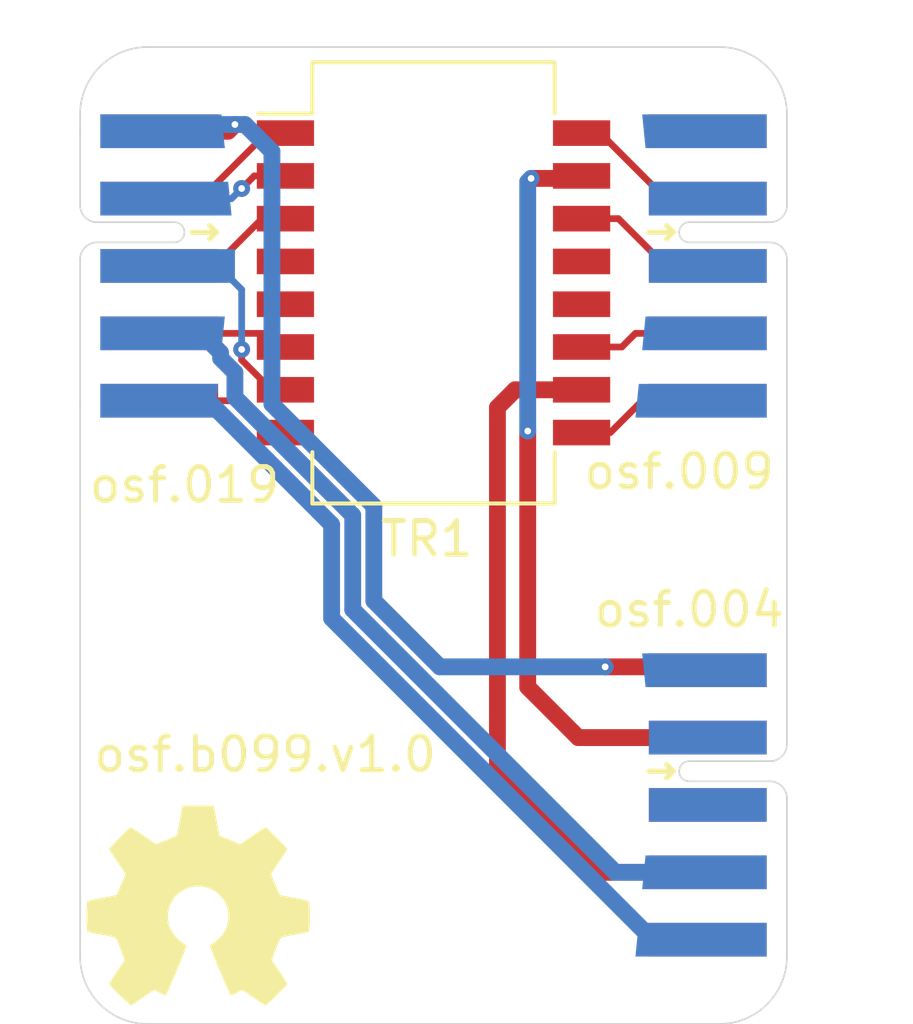
<source format=kicad_pcb>
(kicad_pcb (version 20211014) (generator pcbnew)
  (layers (0 "F.Cu" signal) (31 "B.Cu" signal) (34 "B.Paste" user) (35 "F.Paste" user) (36 "B.SilkS" user "B.Silkscreen") (37 "F.SilkS" user "F.Silkscreen") (38 "B.Mask" user) (39 "F.Mask" user) (44 "Edge.Cuts" user))
  (net 0 "")
  (net 1 "GND")
  (net 2 "/eth_magnetics/TX+")
  (net 3 "/eth_magnetics/TX-")
  (net 4 "/eth_magnetics/RX+")
  (net 5 "/eth_magnetics/RX-")
  (net 6 "Net-(J1-Pad9)")
  (net 7 "/eth_magnetics/TCT")
  (net 8 "/eth_magnetics/RCT")
  (net 10 "/eth_magnetics/TXD+")
  (net 11 "/eth_magnetics/TXD-")
  (net 12 "/eth_magnetics/RXD+")
  (net 13 "/eth_magnetics/RXD-")
  (net 19 "Net-(J1-Pad10)")
  (net 20 "/eth_magnetics/CT1")
  (net 21 "/eth_magnetics/CT2")
  (footprint "b099:749013011A" (layer "F.Cu") (at 150.5 97)
    (fp_text reference "TR1" (at -0.2 7.6) (layer "F.SilkS"))
    (fp_text value "749013011A")
    (fp_line (start -3.6 -5.025) (end -3.6 -6.55) (layer "F.SilkS") (width 0.12))
    (fp_line (start 3.6 -6.55) (end 3.6 -5.025) (layer "F.SilkS") (width 0.12))
    (fp_line (start -3.6 6.55) (end 3.6 6.55) (layer "F.SilkS") (width 0.12))
    (fp_line (start 3.6 6.55) (end 3.6 5.025) (layer "F.SilkS") (width 0.12))
    (fp_line (start -5.2 -5.025) (end -3.6 -5.025) (layer "F.SilkS") (width 0.12))
    (fp_line (start -3.6 -6.55) (end 3.6 -6.55) (layer "F.SilkS") (width 0.12))
    (fp_line (start -3.6 5.025) (end -3.6 6.55) (layer "F.SilkS") (width 0.12))
    (pad "1" smd rect (at -4.4 -4.445) (size 1.7 0.76) (layers "F.Cu" "F.Paste" "F.Mask") (net 2 "/eth_magnetics/TX+"))
    (pad "2" smd rect (at -4.4 -3.175) (size 1.7 0.76) (layers "F.Cu" "F.Paste" "F.Mask") (net 7 "/eth_magnetics/TCT"))
    (pad "3" smd rect (at -4.4 -1.905) (size 1.7 0.76) (layers "F.Cu" "F.Paste" "F.Mask") (net 3 "/eth_magnetics/TX-"))
    (pad "4" smd rect (at -4.4 -0.635) (size 1.7 0.76) (layers "F.Cu" "F.Paste" "F.Mask"))
    (pad "5" smd rect (at -4.4 0.635) (size 1.7 0.76) (layers "F.Cu" "F.Paste" "F.Mask"))
    (pad "6" smd rect (at -4.4 1.905) (size 1.7 0.76) (layers "F.Cu" "F.Paste" "F.Mask") (net 4 "/eth_magnetics/RX+"))
    (pad "7" smd rect (at -4.4 3.175) (size 1.7 0.76) (layers "F.Cu" "F.Paste" "F.Mask") (net 8 "/eth_magnetics/RCT"))
    (pad "8" smd rect (at -4.4 4.445) (size 1.7 0.76) (layers "F.Cu" "F.Paste" "F.Mask") (net 5 "/eth_magnetics/RX-"))
    (pad "9" smd rect (at 4.4 4.445) (size 1.7 0.76) (layers "F.Cu" "F.Paste" "F.Mask") (net 13 "/eth_magnetics/RXD-"))
    (pad "10" smd rect (at 4.4 3.175) (size 1.7 0.76) (layers "F.Cu" "F.Paste" "F.Mask") (net 21 "/eth_magnetics/CT2"))
    (pad "11" smd rect (at 4.4 1.905) (size 1.7 0.76) (layers "F.Cu" "F.Paste" "F.Mask") (net 12 "/eth_magnetics/RXD+"))
    (pad "12" smd rect (at 4.4 0.635) (size 1.7 0.76) (layers "F.Cu" "F.Paste" "F.Mask"))
    (pad "13" smd rect (at 4.4 -0.635) (size 1.7 0.76) (layers "F.Cu" "F.Paste" "F.Mask"))
    (pad "14" smd rect (at 4.4 -1.905) (size 1.7 0.76) (layers "F.Cu" "F.Paste" "F.Mask") (net 11 "/eth_magnetics/TXD-"))
    (pad "15" smd rect (at 4.4 -3.175) (size 1.7 0.76) (layers "F.Cu" "F.Paste" "F.Mask") (net 20 "/eth_magnetics/CT1"))
    (pad "16" smd rect (at 4.4 -4.445) (size 1.7 0.76) (layers "F.Cu" "F.Paste" "F.Mask") (net 10 "/eth_magnetics/TXD+"))
  )
  (footprint "Symbol:OSHW-Symbol_6.7x6mm_SilkScreen" (layer "F.Cu") (at 143.5 115.5)
    (fp_text reference "LOGO1" hide)
    (fp_text value "Logo_Open_Hardware_Small" hide)
    (fp_poly (pts (xy 0.555814 -2.531069) (xy 0.639635 -2.086445) (xy 0.94892 -1.958947) (xy 1.258206 -1.831449) (xy 1.629246 -2.083754) (xy 1.733157 -2.154004) (xy 1.827087 -2.216728) (xy 1.906652 -2.269062) (xy 1.96747 -2.308143) (xy 2.005157 -2.331107) (xy 2.015421 -2.336058) (xy 2.03391 -2.323324) (xy 2.07342 -2.288118) (xy 2.129522 -2.234938) (xy 2.197787 -2.168282) (xy 2.273786 -2.092646) (xy 2.353092 -2.012528) (xy 2.431275 -1.932426) (xy 2.503907 -1.856836) (xy 2.566559 -1.790255) (xy 2.614803 -1.737182) (xy 2.64421 -1.702113) (xy 2.651241 -1.690377) (xy 2.641123 -1.66874) (xy 2.612759 -1.621338) (xy 2.569129 -1.552807) (xy 2.513218 -1.467785) (xy 2.448006 -1.370907) (xy 2.410219 -1.31565) (xy 2.341343 -1.214752) (xy 2.28014 -1.123701) (xy 2.229578 -1.04703) (xy 2.192628 -0.989272) (xy 2.172258 -0.954957) (xy 2.169197 -0.947746) (xy 2.176136 -0.927252) (xy 2.195051 -0.879487) (xy 2.223087 -0.811168) (xy 2.257391 -0.729011) (xy 2.295109 -0.63973) (xy 2.333387 -0.550042) (xy 2.36937 -0.466662) (xy 2.400206 -0.396306) (xy 2.423039 -0.34569) (xy 2.435017 -0.321529) (xy 2.435724 -0.320578) (xy 2.454531 -0.315964) (xy 2.504618 -0.305672) (xy 2.580793 -0.290713) (xy 2.677865 -0.272099) (xy 2.790643 -0.250841) (xy 2.856442 -0.238582) (xy 2.97695 -0.215638) (xy 3.085797 -0.193805) (xy 3.177476 -0.174278) (xy 3.246481 -0.158252) (xy 3.287304 -0.146921) (xy 3.295511 -0.143326) (xy 3.303548 -0.118994) (xy 3.310033 -0.064041) (xy 3.31497 0.015108) (xy 3.318364 0.112026) (xy 3.320218 0.220287) (xy 3.320538 0.333465) (xy 3.319327 0.445135) (xy 3.31659 0.548868) (xy 3.312331 0.638241) (xy 3.306555 0.706826) (xy 3.299267 0.748197) (xy 3.294895 0.75681) (xy 3.268764 0.767133) (xy 3.213393 0.781892) (xy 3.136107 0.799352) (xy 3.04423 0.81778) (xy 3.012158 0.823741) (xy 2.857524 0.852066) (xy 2.735375 0.874876) (xy 2.641673 0.89308) (xy 2.572384 0.907583) (xy 2.523471 0.919292) (xy 2.490897 0.929115) (xy 2.470628 0.937956) (xy 2.458626 0.946724) (xy 2.456947 0.948457) (xy 2.440184 0.976371) (xy 2.414614 1.030695) (xy 2.382788 1.104777) (xy 2.34726 1.191965) (xy 2.310583 1.285608) (xy 2.275311 1.379052) (xy 2.243996 1.465647) (xy 2.219193 1.53874) (xy 2.203454 1.591678) (xy 2.199332 1.617811) (xy 2.199676 1.618726) (xy 2.213641 1.640086) (xy 2.245322 1.687084) (xy 2.291391 1.754827) (xy 2.348518 1.838423) (xy 2.413373 1.932982) (xy 2.431843 1.959854) (xy 2.497699 2.057275) (xy 2.55565 2.146163) (xy 2.602538 2.221412) (xy 2.635207 2.27792) (xy 2.6505 2.310581) (xy 2.651241 2.314593) (xy 2.638392 2.335684) (xy 2.602888 2.377464) (xy 2.549293 2.435445) (xy 2.482171 2.505135) (xy 2.406087 2.582045) (xy 2.325604 2.661683) (xy 2.245287 2.739561) (xy 2.169699 2.811186) (xy 2.103405 2.87207) (xy 2.050969 2.917721) (xy 2.016955 2.94365) (xy 2.007545 2.947883) (xy 1.985643 2.937912) (xy 1.9408 2.91102) (xy 1.880321 2.871736) (xy 1.833789 2.840117) (xy 1.749475 2.782098) (xy 1.649626 2.713784) (xy 1.549473 2.645579) (xy 1.495627 2.609075) (xy 1.313371 2.4858) (xy 1.160381 2.56852) (xy 1.090682 2.604759) (xy 1.031414 2.632926) (xy 0.991311 2.648991) (xy 0.981103 2.651226) (xy 0.968829 2.634722) (xy 0.944613 2.588082) (xy 0.910263 2.515609) (xy 0.867588 2.421606) (xy 0.818394 2.310374) (xy 0.76449 2.186215) (xy 0.707684 2.053432) (xy 0.649782 1.916327) (xy 0.592593 1.779202) (xy 0.537924 1.646358) (xy 0.487584 1.522098) (xy 0.44338 1.410725) (xy 0.407119 1.316539) (xy 0.380609 1.243844) (xy 0.365658 1.196941) (xy 0.363254 1.180833) (xy 0.382311 1.160286) (xy 0.424036 1.126933) (xy 0.479706 1.087702) (xy 0.484378 1.084599) (xy 0.628264 0.969423) (xy 0.744283 0.835053) (xy 0.83143 0.685784) (xy 0.888699 0.525913) (xy 0.915086 0.359737) (xy 0.909585 0.191552) (xy 0.87119 0.025655) (xy 0.798895 -0.133658) (xy 0.777626 -0.168513) (xy 0.666996 -0.309263) (xy 0.536302 -0.422286) (xy 0.390064 -0.506997) (xy 0.232808 -0.562806) (xy 0.069057 -0.589126) (xy -0.096667 -0.58537) (xy -0.259838 -0.55095) (xy -0.415935 -0.485277) (xy -0.560433 -0.387765) (xy -0.605131 -0.348187) (xy -0.718888 -0.224297) (xy -0.801782 -0.093876) (xy -0.858644 0.052315) (xy -0.890313 0.197088) (xy -0.898131 0.35986) (xy -0.872062 0.52344) (xy -0.814755 0.682298) (xy -0.728856 0.830906) (xy -0.617014 0.963735) (xy -0.481877 1.075256) (xy -0.464117 1.087011) (xy -0.40785 1.125508) (xy -0.365077 1.158863) (xy -0.344628 1.18016) (xy -0.344331 1.180833) (xy -0.348721 1.203871) (xy -0.366124 1.256157) (xy -0.394732 1.33339) (xy -0.432735 1.431268) (xy -0.478326 1.545491) (xy -0.529697 1.671758) (xy -0.585038 1.805767) (xy -0.642542 1.943218) (xy -0.700399 2.079808) (xy -0.756802 2.211237) (xy -0.809942 2.333205) (xy -0.85801 2.441409) (xy -0.899199 2.531549) (xy -0.931699 2.599323) (xy -0.953703 2.64043) (xy -0.962564 2.651226) (xy -0.98964 2.642819) (xy -1.040303 2.620272) (xy -1.105817 2.587613) (xy -1.141841 2.56852) (xy -1.294832 2.4858) (xy -1.477088 2.609075) (xy -1.570125 2.672228) (xy -1.671985 2.741727) (xy -1.767438 2.807165) (xy -1.81525 2.840117) (xy -1.882495 2.885273) (xy -1.939436 2.921057) (xy -1.978646 2.942938) (xy -1.991381 2.947563) (xy -2.009917 2.935085) (xy -2.050941 2.900252) (xy -2.110475 2.846678) (xy -2.184542 2.777983) (xy -2.269165 2.697781) (xy -2.322685 2.646286) (xy -2.416319 2.554286) (xy -2.497241 2.471999) (xy -2.562177 2.402945) (xy -2.607858 2.350644) (xy -2.631011 2.318616) (xy -2.633232 2.312116) (xy -2.622924 2.287394) (xy -2.594439 2.237405) (xy -2.550937 2.167212) (xy -2.495577 2.081875) (xy -2.43152 1.986456) (xy -2.413303 1.959854) (xy -2.346927 1.863167) (xy -2.287378 1.776117) (xy -2.237984 1.703595) (xy -2.202075 1.650493) (xy -2.182981 1.621703) (xy -2.181136 1.618726) (xy -2.183895 1.595782) (xy -2.198538 1.545336) (xy -2.222513 1.474041) (xy -2.253266 1.388547) (xy -2.288244 1.295507) (xy -2.324893 1.201574) (xy -2.360661 1.113399) (xy -2.392994 1.037634) (xy -2.419338 0.980931) (xy -2.437142 0.949943) (xy -2.438407 0.948457) (xy -2.449294 0.939601) (xy -2.467682 0.930843) (xy -2.497606 0.921277) (xy -2.543103 0.909996) (xy -2.608209 0.896093) (xy -2.696961 0.878663) (xy -2.813393 0.856798) (xy -2.961542 0.829591) (xy -2.993618 0.823741) (xy -3.088686 0.805374) (xy -3.171565 0.787405) (xy -3.23493 0.771569) (xy -3.271458 0.7596) (xy -3.276356 0.75681) (xy -3.284427 0.732072) (xy -3.290987 0.67679) (xy -3.296033 0.597389) (xy -3.299559 0.500296) (xy -3.301561 0.391938) (xy -3.302036 0.27874) (xy -3.300977 0.167128) (xy -3.298382 0.063529) (xy -3.294246 -0.025632) (xy -3.288563 -0.093928) (xy -3.281331 -0.134934) (xy -3.276971 -0.143326) (xy -3.252698 -0.151792) (xy -3.197426 -0.165565) (xy -3.116662 -0.18345) (xy -3.015912 -0.204252) (xy -2.900683 -0.226777) (xy -2.837902 -0.238582) (xy -2.718787 -0.260849) (xy -2.612565 -0.281021) (xy -2.524427 -0.298085) (xy -2.459566 -0.311031) (xy -2.423174 -0.318845) (xy -2.417184 -0.320578) (xy -2.407061 -0.34011) (xy -2.385662 -0.387157) (xy -2.355839 -0.454997) (xy -2.320445 -0.536909) (xy -2.282332 -0.626172) (xy -2.244353 -0.716065) (xy -2.20936 -0.799865) (xy -2.180206 -0.870853) (xy -2.159743 -0.922306) (xy -2.150823 -0.947503) (xy -2.150657 -0.948604) (xy -2.160769 -0.968481) (xy -2.189117 -1.014223) (xy -2.232723 -1.081283) (xy -2.288606 -1.165116) (xy -2.353787 -1.261174) (xy -2.391679 -1.31635) (xy -2.460725 -1.417519) (xy -2.52205 -1.50937) (xy -2.572663 -1.587256) (xy -2.609571 -1.646531) (xy -2.629782 -1.682549) (xy -2.632701 -1.690623) (xy -2.620153 -1.709416) (xy -2.585463 -1.749543) (xy -2.533063 -1.806507) (xy -2.467384 -1.875815) (xy -2.392856 -1.952969) (xy -2.313913 -2.033475) (xy -2.234983 -2.112837) (xy -2.1605 -2.18656) (xy -2.094894 -2.250148) (xy -2.042596 -2.299106) (xy -2.008039 -2.328939) (xy -1.996478 -2.336058) (xy -1.977654 -2.326047) (xy -1.932631 -2.297922) (xy -1.865787 -2.254546) (xy -1.781499 -2.198782) (xy -1.684144 -2.133494) (xy -1.610707 -2.083754) (xy -1.239667 -1.831449) (xy -0.621095 -2.086445) (xy -0.537275 -2.531069) (xy -0.453454 -2.975693) (xy 0.471994 -2.975693) (xy 0.555814 -2.531069)) (layer "F.SilkS") (width 0.01) (fill solid))
  )
  (footprint "on_edge:on_edge_2x05_device" (layer "F.Cu") (at 140 96.5 -90)
    (fp_text reference "J1")
    (fp_text value "019_100BASE-T_with_CT")
    (fp_line (start -1 -4.05) (end -1 -3.323) (layer "F.SilkS") (width 0.153))
    (fp_line (start -1.2 -3.85) (end -1 -4.05) (layer "F.SilkS") (width 0.153))
    (fp_line (start -1 -4.05) (end -0.8 -3.85) (layer "F.SilkS") (width 0.153))
    (fp_line (start -0.7 -0.5) (end -0.7 -2.8) (layer "Edge.Cuts") (width 0.05))
    (fp_line (start -1.3 -2.8) (end -1.3 -0.5) (layer "Edge.Cuts") (width 0.05))
    (fp_line (start -4 0) (end -1.8 0) (layer "Edge.Cuts") (width 0.05))
    (fp_line (start -0.2 0) (end 4 0) (layer "Edge.Cuts") (width 0.05))
    (fp_arc (start -0.2 0) (mid -0.553553 -0.146447) (end -0.7 -0.5) (layer "Edge.Cuts") (width 0.05))
    (fp_arc (start -1.3 -0.5) (mid -1.446447 -0.146447) (end -1.8 0) (layer "Edge.Cuts") (width 0.05))
    (fp_arc (start -1.3 -2.8) (mid -1 -3.1) (end -0.7 -2.8) (layer "Edge.Cuts") (width 0.05))
    (pad "1" smd rect (at -4 -2.35 90) (size 1 3.5) (layers "F.Cu" "F.Mask") (net 1 "GND"))
    (pad "2" smd rect (at -2 -2.35 270) (size 1 3.5) (layers "F.Cu" "F.Mask") (net 2 "/eth_magnetics/TX+"))
    (pad "3" smd rect (at 0 -2.35 270) (size 1 3.5) (layers "F.Cu" "F.Mask") (net 3 "/eth_magnetics/TX-"))
    (pad "4" smd rect (at 2 -2.35 90) (size 1 3.5) (layers "F.Cu" "F.Mask") (net 4 "/eth_magnetics/RX+"))
    (pad "5" smd rect (at 4 -2.35 90) (size 1 3.5) (layers "F.Cu" "F.Mask") (net 5 "/eth_magnetics/RX-"))
    (pad "6" smd custom (at -4 -2.4 270) (size 1 3.6) (layers "B.Cu" "B.Mask") (net 1 "GND") (options (clearance outline) (anchor rect)) (primitives (gr_poly (pts (xy 0.5 -1.8) (xy 0.5 -1.9) (xy -0.5 -1.8)) (width 0) (fill yes))))
    (pad "7" smd custom (at -2 -2.1 270) (size 1 3) (layers "B.Cu" "B.Mask") (net 7 "/eth_magnetics/TCT") (options (clearance outline) (anchor rect)) (primitives (gr_poly (pts (xy 0.3 -0.51) (xy 0.31 -0.62) (xy 0.33 -0.7) (xy 0.35 -0.76) (xy 0.37 -0.81) (xy 0.4 -0.86) (xy 0.44 -0.92) (xy 0.48 -0.97) (xy 0.5 -0.99) (xy 0.5 -2.4) (xy -0.5 -2.3) (xy -0.5 1.5) (xy 0.3 1.5)) (width 0) (fill yes))))
    (pad "8" smd rect (at 0 -2.6 270) (size 1 4) (layers "B.Cu" "B.Mask") (net 8 "/eth_magnetics/RCT"))
    (pad "9" smd custom (at 2 -2.4 270) (size 1 3.6) (layers "B.Cu" "B.Mask") (net 6 "Net-(J1-Pad9)") (options (clearance outline) (anchor rect)) (primitives (gr_poly (pts (xy -0.5 -1.8) (xy -0.5 -1.9) (xy 0.5 -1.8)) (width 0) (fill yes))))
    (pad "10" smd custom (at 4 -2.3 270) (size 1 3.4) (layers "B.Cu" "B.Mask") (net 19 "Net-(J1-Pad10)") (options (clearance outline) (anchor rect)) (primitives (gr_poly (pts (xy -0.5 -1.7) (xy -0.5 -1.8) (xy 0.5 -1.7)) (width 0) (fill yes))))
  )
  (footprint "on_edge:on_edge_2x05_host" (layer "F.Cu") (at 161 96.5 -90)
    (fp_text reference "J2")
    (fp_text value "009_1000BASE-T")
    (fp_line (start -1 3.373) (end -1.2 3.573) (layer "F.SilkS") (width 0.153))
    (fp_line (start -1 4.1) (end -1 3.373) (layer "F.SilkS") (width 0.153))
    (fp_line (start -0.8 3.573) (end -1 3.373) (layer "F.SilkS") (width 0.153))
    (fp_line (start -0.7 2.9) (end -0.7 0.5) (layer "Edge.Cuts") (width 0.05))
    (fp_line (start -0.2 0) (end 4 0) (layer "Edge.Cuts") (width 0.05))
    (fp_line (start -1.3 0.5) (end -1.3 2.9) (layer "Edge.Cuts") (width 0.05))
    (fp_line (start -4 0) (end -1.8 0) (layer "Edge.Cuts") (width 0.05))
    (fp_arc (start -0.7 2.9) (mid -1 3.2) (end -1.3 2.9) (layer "Edge.Cuts") (width 0.05))
    (fp_arc (start -0.7 0.5) (mid -0.553553 0.146447) (end -0.2 0) (layer "Edge.Cuts") (width 0.05))
    (fp_arc (start -1.8 0) (mid -1.446447 0.146447) (end -1.3 0.5) (layer "Edge.Cuts") (width 0.05))
    (pad "1" smd rect (at -4 2.35 270) (size 1 3.5) (layers "F.Cu" "F.Mask"))
    (pad "2" smd rect (at -2 2.35 270) (size 1 3.5) (layers "F.Cu" "F.Mask") (net 10 "/eth_magnetics/TXD+"))
    (pad "3" smd rect (at 0 2.35 270) (size 1 3.5) (layers "F.Cu" "F.Mask") (net 11 "/eth_magnetics/TXD-"))
    (pad "4" smd rect (at 2 2.35 270) (size 1 3.5) (layers "F.Cu" "F.Mask") (net 12 "/eth_magnetics/RXD+"))
    (pad "5" smd rect (at 4 2.35 270) (size 1 3.5) (layers "F.Cu" "F.Mask") (net 13 "/eth_magnetics/RXD-"))
    (pad "6" smd custom (at -4 2.4 90) (size 1 3.6) (layers "B.Cu" "B.Mask") (options (clearance outline) (anchor rect)) (primitives (gr_poly (pts (xy 0.5 -1.8) (xy -0.5 -1.8) (xy 0.5 -1.9)) (width 0) (fill yes))))
    (pad "7" smd rect (at -2 2.35 90) (size 1 3.5) (layers "B.Cu" "B.Mask"))
    (pad "8" smd rect (at 0 2.35 90) (size 1 3.5) (layers "B.Cu" "B.Mask"))
    (pad "9" smd custom (at 2 2.4 90) (size 1 3.6) (layers "B.Cu" "B.Mask") (options (clearance outline) (anchor rect)) (primitives (gr_poly (pts (xy 0.5 -1.8) (xy -0.5 -1.8) (xy -0.5 -1.9)) (width 0) (fill yes))))
    (pad "10" smd custom (at 4 2.5 90) (size 1 3.8) (layers "B.Cu" "B.Mask") (options (clearance outline) (anchor rect)) (primitives (gr_poly (pts (xy 0.5 -1.9) (xy -0.5 -1.9) (xy -0.5 -2)) (width 0) (fill yes))))
  )
  (footprint "on_edge:on_edge_2x05_host" (layer "F.Cu") (at 161 112.5 -90)
    (fp_text reference "J3")
    (fp_text value "004_BASE-T_CT")
    (fp_line (start -1 4.1) (end -1 3.373) (layer "F.SilkS") (width 0.153))
    (fp_line (start -0.8 3.573) (end -1 3.373) (layer "F.SilkS") (width 0.153))
    (fp_line (start -1 3.373) (end -1.2 3.573) (layer "F.SilkS") (width 0.153))
    (fp_line (start -0.2 0) (end 4 0) (layer "Edge.Cuts") (width 0.05))
    (fp_line (start -4 0) (end -1.8 0) (layer "Edge.Cuts") (width 0.05))
    (fp_line (start -0.7 2.9) (end -0.7 0.5) (layer "Edge.Cuts") (width 0.05))
    (fp_line (start -1.3 0.5) (end -1.3 2.9) (layer "Edge.Cuts") (width 0.05))
    (fp_arc (start -1.8 0) (mid -1.446447 0.146447) (end -1.3 0.5) (layer "Edge.Cuts") (width 0.05))
    (fp_arc (start -0.7 2.9) (mid -1 3.2) (end -1.3 2.9) (layer "Edge.Cuts") (width 0.05))
    (fp_arc (start -0.7 0.5) (mid -0.553553 0.146447) (end -0.2 0) (layer "Edge.Cuts") (width 0.05))
    (pad "1" smd rect (at -4 2.35 270) (size 1 3.5) (layers "F.Cu" "F.Mask") (net 1 "GND"))
    (pad "2" smd rect (at -2 2.35 270) (size 1 3.5) (layers "F.Cu" "F.Mask") (net 20 "/eth_magnetics/CT1"))
    (pad "3" smd rect (at 0 2.35 270) (size 1 3.5) (layers "F.Cu" "F.Mask"))
    (pad "4" smd rect (at 2 2.35 270) (size 1 3.5) (layers "F.Cu" "F.Mask") (net 21 "/eth_magnetics/CT2"))
    (pad "5" smd rect (at 4 2.35 270) (size 1 3.5) (layers "F.Cu" "F.Mask"))
    (pad "6" smd custom (at -4 2.4 90) (size 1 3.6) (layers "B.Cu" "B.Mask") (options (clearance outline) (anchor rect)) (primitives (gr_poly (pts (xy 0.5 -1.8) (xy -0.5 -1.8) (xy 0.5 -1.9)) (width 0) (fill yes))))
    (pad "7" smd rect (at -2 2.35 90) (size 1 3.5) (layers "B.Cu" "B.Mask"))
    (pad "8" smd rect (at 0 2.35 90) (size 1 3.5) (layers "B.Cu" "B.Mask"))
    (pad "9" smd custom (at 2 2.4 90) (size 1 3.6) (layers "B.Cu" "B.Mask") (net 6 "Net-(J1-Pad9)") (options (clearance outline) (anchor rect)) (primitives (gr_poly (pts (xy 0.5 -1.8) (xy -0.5 -1.8) (xy -0.5 -1.9)) (width 0) (fill yes))))
    (pad "10" smd custom (at 4 2.5 90) (size 1 3.8) (layers "B.Cu" "B.Mask") (net 19 "Net-(J1-Pad10)") (options (clearance outline) (anchor rect)) (primitives (gr_poly (pts (xy 0.5 -1.9) (xy -0.5 -1.9) (xy -0.5 -2)) (width 0) (fill yes))))
  )
  (gr_line (start 161 92.5) (end 161 92) (layer "Edge.Cuts") (width 0.05))
  (gr_line (start 142 90) (end 159 90) (layer "Edge.Cuts") (width 0.05))
  (gr_arc (start 161 117) (mid 160.414214 118.414214) (end 159 119) (layer "Edge.Cuts") (width 0.05))
  (gr_line (start 140 92) (end 140 92.5) (layer "Edge.Cuts") (width 0.05))
  (gr_line (start 159 119) (end 142 119) (layer "Edge.Cuts") (width 0.05))
  (gr_arc (start 159 90) (mid 160.414214 90.585786) (end 161 92) (layer "Edge.Cuts") (width 0.05))
  (gr_line (start 161 108.5) (end 161 100.5) (layer "Edge.Cuts") (width 0.05))
  (gr_arc (start 142 119) (mid 140.585786 118.414214) (end 140 117) (layer "Edge.Cuts") (width 0.05))
  (gr_line (start 140 117) (end 140 100.5) (layer "Edge.Cuts") (width 0.05))
  (gr_arc (start 140 92) (mid 140.585786 90.585786) (end 142 90) (layer "Edge.Cuts") (width 0.05))
  (gr_line (start 161 117) (end 161 116.5) (layer "Edge.Cuts") (width 0.05))
  (gr_text "osf.019" (at 143.1 103) (layer "F.SilkS") (effects (font (size 1 1))))
  (gr_text "osf.004" (at 158.1 106.7) (layer "F.SilkS") (effects (font (size 1 1))))
  (gr_text "osf.009" (at 157.8 102.6) (layer "F.SilkS") (effects (font (size 1 1))))
  (gr_text "osf.b099.v1.0" (at 145.5 111) (layer "F.SilkS") (effects (font (size 1 1))))
  (segment (start 158.55 108.4) (end 158.65 108.5) (width 0.5) (layer "F.Cu") (net 1))
  (segment (start 155.6 108.4) (end 158.55 108.4) (width 0.5) (layer "F.Cu") (net 1))
  (segment (start 144.4 92.5) (end 144.6 92.3) (width 0.5) (layer "F.Cu") (net 1))
  (segment (start 142.35 92.5) (end 144.4 92.5) (width 0.5) (layer "F.Cu") (net 1))
  (via (at 144.6 92.3) (size 0.5) (drill 0.2) (layers "F.Cu" "B.Cu") (net 1))
  (via (at 155.6 108.4) (size 0.5) (drill 0.2) (layers "F.Cu" "B.Cu") (net 1))
  (segment (start 148.727 103.627) (end 148.727 106.440288) (width 0.5) (layer "B.Cu") (net 1))
  (segment (start 145.7 100.6) (end 148.727 103.627) (width 0.5) (layer "B.Cu") (net 1))
  (segment (start 145.7 93.1) (end 145.7 100.6) (width 0.5) (layer "B.Cu") (net 1))
  (segment (start 144.6 92.3) (end 142.6 92.3) (width 0.5) (layer "B.Cu") (net 1))
  (segment (start 144.6 92.3) (end 144.9 92.3) (width 0.5) (layer "B.Cu") (net 1))
  (segment (start 142.6 92.3) (end 142.4 92.5) (width 0.5) (layer "B.Cu") (net 1))
  (segment (start 148.727 106.440288) (end 150.686712 108.4) (width 0.5) (layer "B.Cu") (net 1))
  (segment (start 150.686712 108.4) (end 155.6 108.4) (width 0.5) (layer "B.Cu") (net 1))
  (segment (start 144.9 92.3) (end 145.7 93.1) (width 0.5) (layer "B.Cu") (net 1))
  (segment (start 145.545 92.555) (end 146.1 92.555) (width 0.2) (layer "F.Cu") (net 2))
  (segment (start 143.6 94.5) (end 145.545 92.555) (width 0.2) (layer "F.Cu") (net 2))
  (segment (start 142.35 94.5) (end 143.6 94.5) (width 0.2) (layer "F.Cu") (net 2))
  (segment (start 144 96.5) (end 145.405 95.095) (width 0.2) (layer "F.Cu") (net 3))
  (segment (start 142.35 96.5) (end 144 96.5) (width 0.2) (layer "F.Cu") (net 3))
  (segment (start 145.405 95.095) (end 146.1 95.095) (width 0.2) (layer "F.Cu") (net 3))
  (segment (start 142.35 98.5) (end 145.695 98.5) (width 0.2) (layer "F.Cu") (net 4))
  (segment (start 145.695 98.5) (end 146.1 98.905) (width 0.2) (layer "F.Cu") (net 4))
  (segment (start 144.5 100.5) (end 145.445 101.445) (width 0.2) (layer "F.Cu") (net 5))
  (segment (start 142.35 100.5) (end 144.5 100.5) (width 0.2) (layer "F.Cu") (net 5))
  (segment (start 145.445 101.445) (end 146.1 101.445) (width 0.2) (layer "F.Cu") (net 5))
  (segment (start 144.173 99.073) (end 143.6 98.5) (width 0.5) (layer "B.Cu") (net 6))
  (segment (start 155.9 114.5) (end 148.1 106.7) (width 0.5) (layer "B.Cu") (net 6))
  (segment (start 144.6 100.4) (end 144.6 99.663212) (width 0.5) (layer "B.Cu") (net 6))
  (segment (start 143.6 98.5) (end 142.4 98.5) (width 0.5) (layer "B.Cu") (net 6))
  (segment (start 158.6 114.5) (end 155.9 114.5) (width 0.5) (layer "B.Cu") (net 6))
  (segment (start 144.173 99.236212) (end 144.173 99.073) (width 0.5) (layer "B.Cu") (net 6))
  (segment (start 148.1 103.9) (end 144.6 100.4) (width 0.5) (layer "B.Cu") (net 6))
  (segment (start 148.1 106.7) (end 148.1 103.9) (width 0.5) (layer "B.Cu") (net 6))
  (segment (start 144.6 99.663212) (end 144.173 99.236212) (width 0.5) (layer "B.Cu") (net 6))
  (segment (start 146.1 93.825) (end 145.175 93.825) (width 0.2) (layer "F.Cu") (net 7))
  (segment (start 145.175 93.825) (end 144.8 94.2) (width 0.2) (layer "F.Cu") (net 7))
  (via (at 144.8 94.2) (size 0.5) (drill 0.2) (layers "F.Cu" "B.Cu") (net 7))
  (segment (start 144.5 94.5) (end 142.1 94.5) (width 0.2) (layer "B.Cu") (net 7))
  (segment (start 144.8 94.2) (end 144.5 94.5) (width 0.2) (layer "B.Cu") (net 7))
  (segment (start 145.686 100.175) (end 146.1 100.175) (width 0.2) (layer "F.Cu") (net 8))
  (segment (start 144.8 99.289) (end 145.686 100.175) (width 0.2) (layer "F.Cu") (net 8))
  (segment (start 144.8 98.9765) (end 144.8 99.289) (width 0.2) (layer "F.Cu") (net 8))
  (via (at 144.8 98.9765) (size 0.5) (drill 0.2) (layers "F.Cu" "B.Cu") (net 8))
  (segment (start 144.8 98.9765) (end 144.8 97.2) (width 0.2) (layer "B.Cu") (net 8))
  (segment (start 144.8 97.2) (end 144.1 96.5) (width 0.2) (layer "B.Cu") (net 8))
  (segment (start 144.1 96.5) (end 142.6 96.5) (width 0.2) (layer "B.Cu") (net 8))
  (segment (start 157.4 94.5) (end 155.455 92.555) (width 0.2) (layer "F.Cu") (net 10))
  (segment (start 158.65 94.5) (end 157.4 94.5) (width 0.2) (layer "F.Cu") (net 10))
  (segment (start 155.455 92.555) (end 154.9 92.555) (width 0.2) (layer "F.Cu") (net 10))
  (segment (start 155.995 95.095) (end 154.9 95.095) (width 0.2) (layer "F.Cu") (net 11))
  (segment (start 158.65 96.5) (end 157.4 96.5) (width 0.2) (layer "F.Cu") (net 11))
  (segment (start 157.4 96.5) (end 155.995 95.095) (width 0.2) (layer "F.Cu") (net 11))
  (segment (start 156.095 98.905) (end 154.9 98.905) (width 0.2) (layer "F.Cu") (net 12))
  (segment (start 156.5 98.5) (end 156.095 98.905) (width 0.2) (layer "F.Cu") (net 12))
  (segment (start 158.65 98.5) (end 156.5 98.5) (width 0.2) (layer "F.Cu") (net 12))
  (segment (start 155.755 101.445) (end 154.9 101.445) (width 0.2) (layer "F.Cu") (net 13))
  (segment (start 156.7 100.5) (end 155.755 101.445) (width 0.2) (layer "F.Cu") (net 13))
  (segment (start 158.65 100.5) (end 156.7 100.5) (width 0.2) (layer "F.Cu") (net 13))
  (segment (start 142.3 100.5) (end 143.8 100.5) (width 0.5) (layer "B.Cu") (net 19))
  (segment (start 147.473 106.959712) (end 157.013288 116.5) (width 0.5) (layer "B.Cu") (net 19))
  (segment (start 157.013288 116.5) (end 158.5 116.5) (width 0.5) (layer "B.Cu") (net 19))
  (segment (start 143.8 100.5) (end 147.473 104.173) (width 0.5) (layer "B.Cu") (net 19))
  (segment (start 147.473 104.173) (end 147.473 106.959712) (width 0.5) (layer "B.Cu") (net 19))
  (segment (start 158.65 110.5) (end 154.8 110.5) (width 0.5) (layer "F.Cu") (net 20))
  (segment (start 154.8 110.5) (end 153.4 109.1) (width 0.5) (layer "F.Cu") (net 20))
  (segment (start 153.4 109.1) (end 153.3 109) (width 0.5) (layer "F.Cu") (net 20))
  (segment (start 153.3 109) (end 153.3 101.4) (width 0.5) (layer "F.Cu") (net 20))
  (segment (start 153.4 93.9) (end 154.825 93.9) (width 0.5) (layer "F.Cu") (net 20))
  (segment (start 154.825 93.9) (end 154.9 93.825) (width 0.5) (layer "F.Cu") (net 20))
  (via (at 153.4 93.9) (size 0.5) (drill 0.2) (layers "F.Cu" "B.Cu") (net 20))
  (via (at 153.3 101.4) (size 0.5) (drill 0.2) (layers "F.Cu" "B.Cu") (net 20))
  (segment (start 153.3 101.4) (end 153.3 94) (width 0.5) (layer "B.Cu") (net 20))
  (segment (start 153.3 94) (end 153.4 93.9) (width 0.5) (layer "B.Cu") (net 20))
  (segment (start 152.4 111.7) (end 152.4 100.7) (width 0.5) (layer "F.Cu") (net 21))
  (segment (start 152.925 100.175) (end 154.9 100.175) (width 0.5) (layer "F.Cu") (net 21))
  (segment (start 155.2 114.5) (end 152.4 111.7) (width 0.5) (layer "F.Cu") (net 21))
  (segment (start 158.65 114.5) (end 155.2 114.5) (width 0.5) (layer "F.Cu") (net 21))
  (segment (start 152.4 100.7) (end 152.925 100.175) (width 0.5) (layer "F.Cu") (net 21))
)
</source>
